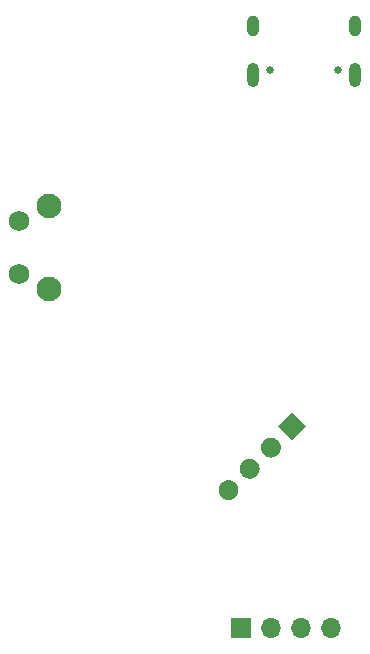
<source format=gbr>
%TF.GenerationSoftware,KiCad,Pcbnew,5.1.10-88a1d61d58~90~ubuntu20.04.1*%
%TF.CreationDate,2021-10-14T14:02:12+02:00*%
%TF.ProjectId,ESP8266-WS2812-Puck,45535038-3236-4362-9d57-53323831322d,rev?*%
%TF.SameCoordinates,Original*%
%TF.FileFunction,Soldermask,Bot*%
%TF.FilePolarity,Negative*%
%FSLAX46Y46*%
G04 Gerber Fmt 4.6, Leading zero omitted, Abs format (unit mm)*
G04 Created by KiCad (PCBNEW 5.1.10-88a1d61d58~90~ubuntu20.04.1) date 2021-10-14 14:02:12*
%MOMM*%
%LPD*%
G01*
G04 APERTURE LIST*
%ADD10C,2.100000*%
%ADD11C,1.750000*%
%ADD12C,0.100000*%
%ADD13C,0.650000*%
%ADD14O,1.000000X2.100000*%
%ADD15O,1.000000X1.800000*%
%ADD16O,1.700000X1.700000*%
%ADD17R,1.700000X1.700000*%
G04 APERTURE END LIST*
D10*
%TO.C,SW1*%
X128220000Y-92182000D03*
D11*
X125730000Y-90932000D03*
X125730000Y-86432000D03*
D10*
X128220000Y-85172000D03*
%TD*%
D12*
%TO.C,J1*%
G36*
X147641918Y-103804494D02*
G01*
X148844000Y-102602412D01*
X150046082Y-103804494D01*
X148844000Y-105006576D01*
X147641918Y-103804494D01*
G37*
G36*
G01*
X146446908Y-104999504D02*
X146446908Y-104999504D01*
G75*
G02*
X147648990Y-104999504I601041J-601041D01*
G01*
X147648990Y-104999504D01*
G75*
G02*
X147648990Y-106201586I-601041J-601041D01*
G01*
X147648990Y-106201586D01*
G75*
G02*
X146446908Y-106201586I-601041J601041D01*
G01*
X146446908Y-106201586D01*
G75*
G02*
X146446908Y-104999504I601041J601041D01*
G01*
G37*
G36*
G01*
X144650857Y-106795555D02*
X144650857Y-106795555D01*
G75*
G02*
X145852939Y-106795555I601041J-601041D01*
G01*
X145852939Y-106795555D01*
G75*
G02*
X145852939Y-107997637I-601041J-601041D01*
G01*
X145852939Y-107997637D01*
G75*
G02*
X144650857Y-107997637I-601041J601041D01*
G01*
X144650857Y-107997637D01*
G75*
G02*
X144650857Y-106795555I601041J601041D01*
G01*
G37*
G36*
G01*
X142854805Y-108591607D02*
X142854805Y-108591607D01*
G75*
G02*
X144056887Y-108591607I601041J-601041D01*
G01*
X144056887Y-108591607D01*
G75*
G02*
X144056887Y-109793689I-601041J-601041D01*
G01*
X144056887Y-109793689D01*
G75*
G02*
X142854805Y-109793689I-601041J601041D01*
G01*
X142854805Y-109793689D01*
G75*
G02*
X142854805Y-108591607I601041J601041D01*
G01*
G37*
%TD*%
D13*
%TO.C,P1*%
X146970000Y-73590000D03*
X152750000Y-73590000D03*
D14*
X154180000Y-74090000D03*
X145540000Y-74090000D03*
D15*
X145540000Y-69910000D03*
X154180000Y-69910000D03*
%TD*%
D16*
%TO.C,J2*%
X152146000Y-120904000D03*
X149606000Y-120904000D03*
X147066000Y-120904000D03*
D17*
X144526000Y-120904000D03*
%TD*%
M02*

</source>
